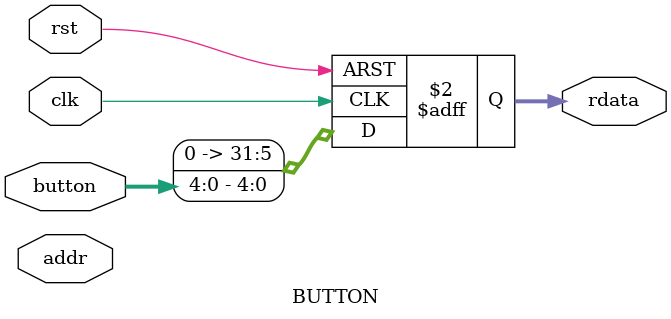
<source format=v>
module BUTTON(
    input wire rst,
    input wire clk,
    input wire[11:0] addr,
    input wire[4:0] button,
    output reg[31:0] rdata 
);

always@(posedge rst or posedge clk)begin
    if(rst)begin
        rdata<=32'b0;
    end
    else begin
        rdata<={27'b0,button};
    end
end

endmodule
</source>
